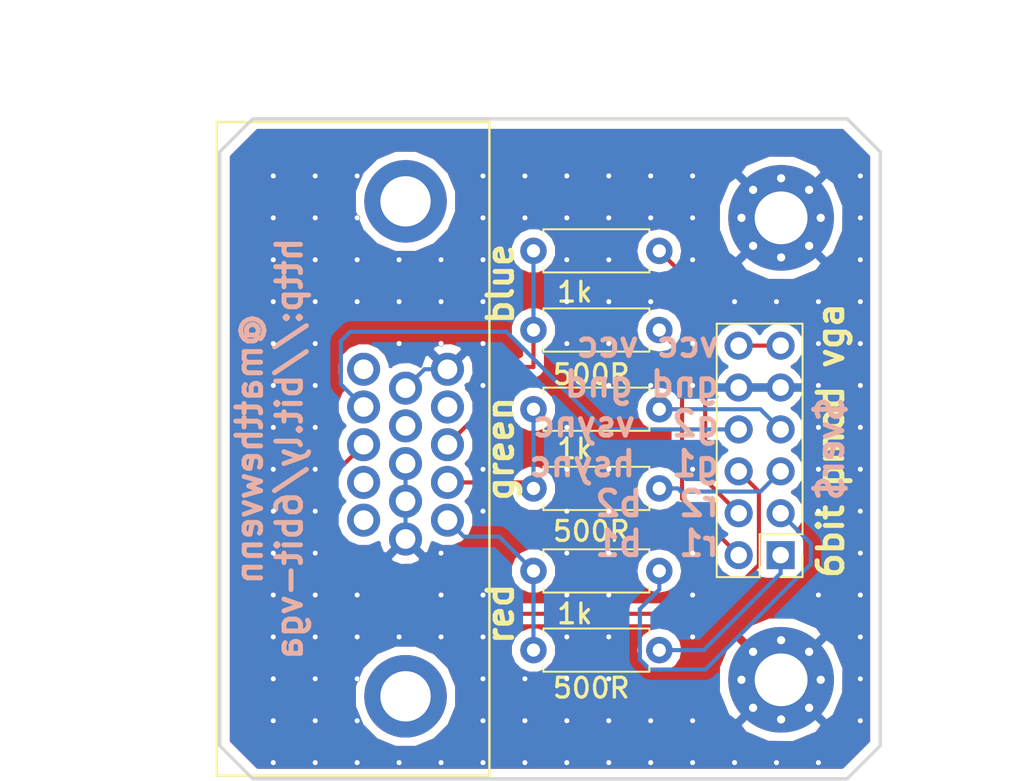
<source format=kicad_pcb>
(kicad_pcb (version 20211014) (generator pcbnew)
  (layers (0 "F.Cu" signal) (31 "B.Cu" signal) (34 "B.Paste" user) (35 "F.Paste" user) (36 "B.SilkS" user "B.Silkscreen") (37 "F.SilkS" user "F.Silkscreen") (38 "B.Mask" user) (39 "F.Mask" user) (44 "Edge.Cuts" user))
  (net 0 "")
  (net 1 "VCC")
  (net 2 "Earth")
  (net 3 "/vsync")
  (net 4 "/g2")
  (net 5 "/hsync")
  (net 6 "/g1")
  (net 7 "/b2")
  (net 8 "/r2")
  (net 9 "/b1")
  (net 10 "/r1")
  (net 11 "/red")
  (net 12 "/green")
  (net 13 "/blue")
  (net 14 "Net-(J4-Pad11)")
  (net 15 "Net-(J4-Pad12)")
  (net 16 "Net-(J4-Pad15)")
  (net 17 "Net-(J4-Pad4)")
  (net 18 "Net-(J4-Pad9)")
  (footprint "Mounting_Holes:MountingHole_3.2mm_M3_Pad_Via" (layer "F.Cu") (at 141 139)
    (fp_text reference "J2" hide)
    (fp_text value "Conn_01x01")
    (pad "1" thru_hole circle locked (at 0 0) (size 6.4 6.4) (drill 3.2) (layers *.Cu *.Mask) (net 2 "Earth"))
    (pad "1" thru_hole circle locked (at -2.4 0) (size 0.8 0.8) (drill 0.5) (layers *.Cu *.Mask) (net 2 "Earth"))
    (pad "1" thru_hole circle locked (at 0 2.4) (size 0.8 0.8) (drill 0.5) (layers *.Cu *.Mask) (net 2 "Earth"))
    (pad "1" thru_hole circle locked (at -1.697056 1.697056) (size 0.8 0.8) (drill 0.5) (layers *.Cu *.Mask) (net 2 "Earth"))
    (pad "1" thru_hole circle locked (at 2.4 0) (size 0.8 0.8) (drill 0.5) (layers *.Cu *.Mask) (net 2 "Earth"))
    (pad "1" thru_hole circle locked (at 1.697056 -1.697056) (size 0.8 0.8) (drill 0.5) (layers *.Cu *.Mask) (net 2 "Earth"))
    (pad "1" thru_hole circle locked (at 1.697056 1.697056) (size 0.8 0.8) (drill 0.5) (layers *.Cu *.Mask) (net 2 "Earth"))
    (pad "1" thru_hole circle locked (at 0 -2.4) (size 0.8 0.8) (drill 0.5) (layers *.Cu *.Mask) (net 2 "Earth"))
    (pad "1" thru_hole circle locked (at -1.697056 -1.697056) (size 0.8 0.8) (drill 0.5) (layers *.Cu *.Mask) (net 2 "Earth"))
  )
  (footprint "Mounting_Holes:MountingHole_3.2mm_M3_Pad_Via" (layer "F.Cu") (at 141 111)
    (fp_text reference "J3" hide)
    (fp_text value "Conn_01x01")
    (pad "1" thru_hole circle locked (at -1.697056 -1.697056) (size 0.8 0.8) (drill 0.5) (layers *.Cu *.Mask) (net 2 "Earth"))
    (pad "1" thru_hole circle locked (at 0 2.4) (size 0.8 0.8) (drill 0.5) (layers *.Cu *.Mask) (net 2 "Earth"))
    (pad "1" thru_hole circle locked (at 2.4 0) (size 0.8 0.8) (drill 0.5) (layers *.Cu *.Mask) (net 2 "Earth"))
    (pad "1" thru_hole circle locked (at 0 0) (size 6.4 6.4) (drill 3.2) (layers *.Cu *.Mask) (net 2 "Earth"))
    (pad "1" thru_hole circle locked (at 1.697056 -1.697056) (size 0.8 0.8) (drill 0.5) (layers *.Cu *.Mask) (net 2 "Earth"))
    (pad "1" thru_hole circle locked (at -1.697056 1.697056) (size 0.8 0.8) (drill 0.5) (layers *.Cu *.Mask) (net 2 "Earth"))
    (pad "1" thru_hole circle locked (at 0 -2.4) (size 0.8 0.8) (drill 0.5) (layers *.Cu *.Mask) (net 2 "Earth"))
    (pad "1" thru_hole circle locked (at -2.4 0) (size 0.8 0.8) (drill 0.5) (layers *.Cu *.Mask) (net 2 "Earth"))
    (pad "1" thru_hole circle locked (at 1.697056 1.697056) (size 0.8 0.8) (drill 0.5) (layers *.Cu *.Mask) (net 2 "Earth"))
  )
  (footprint "Pin_Headers:Pin_Header_Straight_2x06_Pitch2.54mm" (layer "F.Cu") (at 140.97 131.445 180)
    (fp_text reference "J1" hide)
    (fp_text value "pmod")
    (pad "1" thru_hole rect locked (at 0 0 180) (size 1.7 1.7) (drill 1) (layers *.Cu *.Mask) (net 10 "/r1"))
    (pad "2" thru_hole oval locked (at 2.54 0 180) (size 1.7 1.7) (drill 1) (layers *.Cu *.Mask) (net 9 "/b1"))
    (pad "3" thru_hole oval locked (at 0 2.54 180) (size 1.7 1.7) (drill 1) (layers *.Cu *.Mask) (net 8 "/r2"))
    (pad "4" thru_hole oval locked (at 2.54 2.54 180) (size 1.7 1.7) (drill 1) (layers *.Cu *.Mask) (net 7 "/b2"))
    (pad "5" thru_hole oval locked (at 0 5.08 180) (size 1.7 1.7) (drill 1) (layers *.Cu *.Mask) (net 6 "/g1"))
    (pad "6" thru_hole oval locked (at 2.54 5.08 180) (size 1.7 1.7) (drill 1) (layers *.Cu *.Mask) (net 5 "/hsync"))
    (pad "7" thru_hole oval locked (at 0 7.62 180) (size 1.7 1.7) (drill 1) (layers *.Cu *.Mask) (net 4 "/g2"))
    (pad "8" thru_hole oval locked (at 2.54 7.62 180) (size 1.7 1.7) (drill 1) (layers *.Cu *.Mask) (net 3 "/vsync"))
    (pad "9" thru_hole oval locked (at 0 10.16 180) (size 1.7 1.7) (drill 1) (layers *.Cu *.Mask) (net 2 "Earth"))
    (pad "10" thru_hole oval locked (at 2.54 10.16 180) (size 1.7 1.7) (drill 1) (layers *.Cu *.Mask) (net 2 "Earth"))
    (pad "11" thru_hole oval locked (at 0 12.7 180) (size 1.7 1.7) (drill 1) (layers *.Cu *.Mask) (net 1 "VCC"))
    (pad "12" thru_hole oval locked (at 2.54 12.7 180) (size 1.7 1.7) (drill 1) (layers *.Cu *.Mask) (net 1 "VCC"))
  )
  (footprint "VIA_MATRIX" (layer "F.Cu") (at 110.24 108.46)
    (fp_text reference "V6_4" hide)
    (fp_text value "AUTO_VIA" hide)
    (pad "1" thru_hole circle locked (at 0 0) (size 0.35 0.35) (drill 0.3) (layers *.Cu) (net 2 "Earth") (clearance 0.2))
  )
  (footprint "VIA_MATRIX" (layer "F.Cu") (at 112.78 108.46)
    (fp_text reference "V7_4" hide)
    (fp_text value "AUTO_VIA" hide)
    (pad "1" thru_hole circle locked (at 0 0) (size 0.35 0.35) (drill 0.3) (layers *.Cu) (net 2 "Earth") (clearance 0.2))
  )
  (footprint "VIA_MATRIX" (layer "F.Cu") (at 115.32 108.46)
    (fp_text reference "V8_4" hide)
    (fp_text value "AUTO_VIA" hide)
    (pad "1" thru_hole circle locked (at 0 0) (size 0.35 0.35) (drill 0.3) (layers *.Cu) (net 2 "Earth") (clearance 0.2))
  )
  (footprint "VIA_MATRIX" (layer "F.Cu") (at 122.94 108.46)
    (fp_text reference "V11_4" hide)
    (fp_text value "AUTO_VIA" hide)
    (pad "1" thru_hole circle locked (at 0 0) (size 0.35 0.35) (drill 0.3) (layers *.Cu) (net 2 "Earth") (clearance 0.2))
  )
  (footprint "VIA_MATRIX" (layer "F.Cu") (at 125.48 108.46)
    (fp_text reference "V12_4" hide)
    (fp_text value "AUTO_VIA" hide)
    (pad "1" thru_hole circle locked (at 0 0) (size 0.35 0.35) (drill 0.3) (layers *.Cu) (net 2 "Earth") (clearance 0.2))
  )
  (footprint "VIA_MATRIX" (layer "F.Cu") (at 128.02 108.46)
    (fp_text reference "V13_4" hide)
    (fp_text value "AUTO_VIA" hide)
    (pad "1" thru_hole circle locked (at 0 0) (size 0.35 0.35) (drill 0.3) (layers *.Cu) (net 2 "Earth") (clearance 0.2))
  )
  (footprint "VIA_MATRIX" (layer "F.Cu") (at 130.56 108.46)
    (fp_text reference "V14_4" hide)
    (fp_text value "AUTO_VIA" hide)
    (pad "1" thru_hole circle locked (at 0 0) (size 0.35 0.35) (drill 0.3) (layers *.Cu) (net 2 "Earth") (clearance 0.2))
  )
  (footprint "VIA_MATRIX" (layer "F.Cu") (at 133.1 108.46)
    (fp_text reference "V15_4" hide)
    (fp_text value "AUTO_VIA" hide)
    (pad "1" thru_hole circle locked (at 0 0) (size 0.35 0.35) (drill 0.3) (layers *.Cu) (net 2 "Earth") (clearance 0.2))
  )
  (footprint "VIA_MATRIX" (layer "F.Cu") (at 135.64 108.46)
    (fp_text reference "V16_4" hide)
    (fp_text value "AUTO_VIA" hide)
    (pad "1" thru_hole circle locked (at 0 0) (size 0.35 0.35) (drill 0.3) (layers *.Cu) (net 2 "Earth") (clearance 0.2))
  )
  (footprint "VIA_MATRIX" (layer "F.Cu") (at 145.8 108.46)
    (fp_text reference "V20_4" hide)
    (fp_text value "AUTO_VIA" hide)
    (pad "1" thru_hole circle locked (at 0 0) (size 0.35 0.35) (drill 0.3) (layers *.Cu) (net 2 "Earth") (clearance 0.2))
  )
  (footprint "VIA_MATRIX" (layer "F.Cu") (at 110.24 111)
    (fp_text reference "V6_5" hide)
    (fp_text value "AUTO_VIA" hide)
    (pad "1" thru_hole circle locked (at 0 0) (size 0.35 0.35) (drill 0.3) (layers *.Cu) (net 2 "Earth") (clearance 0.2))
  )
  (footprint "VIA_MATRIX" (layer "F.Cu") (at 112.78 111)
    (fp_text reference "V7_5" hide)
    (fp_text value "AUTO_VIA" hide)
    (pad "1" thru_hole circle locked (at 0 0) (size 0.35 0.35) (drill 0.3) (layers *.Cu) (net 2 "Earth") (clearance 0.2))
  )
  (footprint "VIA_MATRIX" (layer "F.Cu") (at 115.32 111)
    (fp_text reference "V8_5" hide)
    (fp_text value "AUTO_VIA" hide)
    (pad "1" thru_hole circle locked (at 0 0) (size 0.35 0.35) (drill 0.3) (layers *.Cu) (net 2 "Earth") (clearance 0.2))
  )
  (footprint "VIA_MATRIX" (layer "F.Cu") (at 122.94 111)
    (fp_text reference "V11_5" hide)
    (fp_text value "AUTO_VIA" hide)
    (pad "1" thru_hole circle locked (at 0 0) (size 0.35 0.35) (drill 0.3) (layers *.Cu) (net 2 "Earth") (clearance 0.2))
  )
  (footprint "VIA_MATRIX" (layer "F.Cu") (at 125.48 111)
    (fp_text reference "V12_5" hide)
    (fp_text value "AUTO_VIA" hide)
    (pad "1" thru_hole circle locked (at 0 0) (size 0.35 0.35) (drill 0.3) (layers *.Cu) (net 2 "Earth") (clearance 0.2))
  )
  (footprint "VIA_MATRIX" (layer "F.Cu") (at 128.02 111)
    (fp_text reference "V13_5" hide)
    (fp_text value "AUTO_VIA" hide)
    (pad "1" thru_hole circle locked (at 0 0) (size 0.35 0.35) (drill 0.3) (layers *.Cu) (net 2 "Earth") (clearance 0.2))
  )
  (footprint "VIA_MATRIX" (layer "F.Cu") (at 130.56 111)
    (fp_text reference "V14_5" hide)
    (fp_text value "AUTO_VIA" hide)
    (pad "1" thru_hole circle locked (at 0 0) (size 0.35 0.35) (drill 0.3) (layers *.Cu) (net 2 "Earth") (clearance 0.2))
  )
  (footprint "VIA_MATRIX" (layer "F.Cu") (at 133.1 111)
    (fp_text reference "V15_5" hide)
    (fp_text value "AUTO_VIA" hide)
    (pad "1" thru_hole circle locked (at 0 0) (size 0.35 0.35) (drill 0.3) (layers *.Cu) (net 2 "Earth") (clearance 0.2))
  )
  (footprint "VIA_MATRIX" (layer "F.Cu") (at 135.64 111)
    (fp_text reference "V16_5" hide)
    (fp_text value "AUTO_VIA" hide)
    (pad "1" thru_hole circle locked (at 0 0) (size 0.35 0.35) (drill 0.3) (layers *.Cu) (net 2 "Earth") (clearance 0.2))
  )
  (footprint "VIA_MATRIX" (layer "F.Cu") (at 145.8 111)
    (fp_text reference "V20_5" hide)
    (fp_text value "AUTO_VIA" hide)
    (pad "1" thru_hole circle locked (at 0 0) (size 0.35 0.35) (drill 0.3) (layers *.Cu) (net 2 "Earth") (clearance 0.2))
  )
  (footprint "VIA_MATRIX" (layer "F.Cu") (at 110.24 113.54)
    (fp_text reference "V6_6" hide)
    (fp_text value "AUTO_VIA" hide)
    (pad "1" thru_hole circle locked (at 0 0) (size 0.35 0.35) (drill 0.3) (layers *.Cu) (net 2 "Earth") (clearance 0.2))
  )
  (footprint "VIA_MATRIX" (layer "F.Cu") (at 112.78 113.54)
    (fp_text reference "V7_6" hide)
    (fp_text value "AUTO_VIA" hide)
    (pad "1" thru_hole circle locked (at 0 0) (size 0.35 0.35) (drill 0.3) (layers *.Cu) (net 2 "Earth") (clearance 0.2))
  )
  (footprint "VIA_MATRIX" (layer "F.Cu") (at 115.32 113.54)
    (fp_text reference "V8_6" hide)
    (fp_text value "AUTO_VIA" hide)
    (pad "1" thru_hole circle locked (at 0 0) (size 0.35 0.35) (drill 0.3) (layers *.Cu) (net 2 "Earth") (clearance 0.2))
  )
  (footprint "VIA_MATRIX" (layer "F.Cu") (at 117.86 113.54)
    (fp_text reference "V9_6" hide)
    (fp_text value "AUTO_VIA" hide)
    (pad "1" thru_hole circle locked (at 0 0) (size 0.35 0.35) (drill 0.3) (layers *.Cu) (net 2 "Earth") (clearance 0.2))
  )
  (footprint "VIA_MATRIX" (layer "F.Cu") (at 120.4 113.54)
    (fp_text reference "V10_6" hide)
    (fp_text value "AUTO_VIA" hide)
    (pad "1" thru_hole circle locked (at 0 0) (size 0.35 0.35) (drill 0.3) (layers *.Cu) (net 2 "Earth") (clearance 0.2))
  )
  (footprint "VIA_MATRIX" (layer "F.Cu") (at 122.94 113.54)
    (fp_text reference "V11_6" hide)
    (fp_text value "AUTO_VIA" hide)
    (pad "1" thru_hole circle locked (at 0 0) (size 0.35 0.35) (drill 0.3) (layers *.Cu) (net 2 "Earth") (clearance 0.2))
  )
  (footprint "VIA_MATRIX" (layer "F.Cu") (at 128.02 113.54)
    (fp_text reference "V13_6" hide)
    (fp_text value "AUTO_VIA" hide)
    (pad "1" thru_hole circle locked (at 0 0) (size 0.35 0.35) (drill 0.3) (layers *.Cu) (net 2 "Earth") (clearance 0.2))
  )
  (footprint "VIA_MATRIX" (layer "F.Cu") (at 130.56 113.54)
    (fp_text reference "V14_6" hide)
    (fp_text value "AUTO_VIA" hide)
    (pad "1" thru_hole circle locked (at 0 0) (size 0.35 0.35) (drill 0.3) (layers *.Cu) (net 2 "Earth") (clearance 0.2))
  )
  (footprint "VIA_MATRIX" (layer "F.Cu") (at 135.64 113.54)
    (fp_text reference "V16_6" hide)
    (fp_text value "AUTO_VIA" hide)
    (pad "1" thru_hole circle locked (at 0 0) (size 0.35 0.35) (drill 0.3) (layers *.Cu) (net 2 "Earth") (clearance 0.2))
  )
  (footprint "VIA_MATRIX" (layer "F.Cu") (at 145.8 113.54)
    (fp_text reference "V20_6" hide)
    (fp_text value "AUTO_VIA" hide)
    (pad "1" thru_hole circle locked (at 0 0) (size 0.35 0.35) (drill 0.3) (layers *.Cu) (net 2 "Earth") (clearance 0.2))
  )
  (footprint "VIA_MATRIX" (layer "F.Cu") (at 110.24 116.08)
    (fp_text reference "V6_7" hide)
    (fp_text value "AUTO_VIA" hide)
    (pad "1" thru_hole circle locked (at 0 0) (size 0.35 0.35) (drill 0.3) (layers *.Cu) (net 2 "Earth") (clearance 0.2))
  )
  (footprint "VIA_MATRIX" (layer "F.Cu") (at 112.78 116.08)
    (fp_text reference "V7_7" hide)
    (fp_text value "AUTO_VIA" hide)
    (pad "1" thru_hole circle locked (at 0 0) (size 0.35 0.35) (drill 0.3) (layers *.Cu) (net 2 "Earth") (clearance 0.2))
  )
  (footprint "VIA_MATRIX" (layer "F.Cu") (at 115.32 116.08)
    (fp_text reference "V8_7" hide)
    (fp_text value "AUTO_VIA" hide)
    (pad "1" thru_hole circle locked (at 0 0) (size 0.35 0.35) (drill 0.3) (layers *.Cu) (net 2 "Earth") (clearance 0.2))
  )
  (footprint "VIA_MATRIX" (layer "F.Cu") (at 117.86 116.08)
    (fp_text reference "V9_7" hide)
    (fp_text value "AUTO_VIA" hide)
    (pad "1" thru_hole circle locked (at 0 0) (size 0.35 0.35) (drill 0.3) (layers *.Cu) (net 2 "Earth") (clearance 0.2))
  )
  (footprint "VIA_MATRIX" (layer "F.Cu") (at 120.4 116.08)
    (fp_text reference "V10_7" hide)
    (fp_text value "AUTO_VIA" hide)
    (pad "1" thru_hole circle locked (at 0 0) (size 0.35 0.35) (drill 0.3) (layers *.Cu) (net 2 "Earth") (clearance 0.2))
  )
  (footprint "VIA_MATRIX" (layer "F.Cu") (at 122.94 116.08)
    (fp_text reference "V11_7" hide)
    (fp_text value "AUTO_VIA" hide)
    (pad "1" thru_hole circle locked (at 0 0) (size 0.35 0.35) (drill 0.3) (layers *.Cu) (net 2 "Earth") (clearance 0.2))
  )
  (footprint "VIA_MATRIX" (layer "F.Cu") (at 128.02 116.08)
    (fp_text reference "V13_7" hide)
    (fp_text value "AUTO_VIA" hide)
    (pad "1" thru_hole circle locked (at 0 0) (size 0.35 0.35) (drill 0.3) (layers *.Cu) (net 2 "Earth") (clearance 0.2))
  )
  (footprint "VIA_MATRIX" (layer "F.Cu") (at 130.56 116.08)
    (fp_text reference "V14_7" hide)
    (fp_text value "AUTO_VIA" hide)
    (pad "1" thru_hole circle locked (at 0 0) (size 0.35 0.35) (drill 0.3) (layers *.Cu) (net 2 "Earth") (clearance 0.2))
  )
  (footprint "VIA_MATRIX" (layer "F.Cu") (at 133.1 116.08)
    (fp_text reference "V15_7" hide)
    (fp_text value "AUTO_VIA" hide)
    (pad "1" thru_hole circle locked (at 0 0) (size 0.35 0.35) (drill 0.3) (layers *.Cu) (net 2 "Earth") (clearance 0.2))
  )
  (footprint "VIA_MATRIX" (layer "F.Cu") (at 138.18 116.08)
    (fp_text reference "V17_7" hide)
    (fp_text value "AUTO_VIA" hide)
    (pad "1" thru_hole circle locked (at 0 0) (size 0.35 0.35) (drill 0.3) (layers *.Cu) (net 2 "Earth") (clearance 0.2))
  )
  (footprint "VIA_MATRIX" (layer "F.Cu") (at 140.72 116.08)
    (fp_text reference "V18_7" hide)
    (fp_text value "AUTO_VIA" hide)
    (pad "1" thru_hole circle locked (at 0 0) (size 0.35 0.35) (drill 0.3) (layers *.Cu) (net 2 "Earth") (clearance 0.2))
  )
  (footprint "VIA_MATRIX" (layer "F.Cu") (at 143.26 116.08)
    (fp_text reference "V19_7" hide)
    (fp_text value "AUTO_VIA" hide)
    (pad "1" thru_hole circle locked (at 0 0) (size 0.35 0.35) (drill 0.3) (layers *.Cu) (net 2 "Earth") (clearance 0.2))
  )
  (footprint "VIA_MATRIX" (layer "F.Cu") (at 145.8 116.08)
    (fp_text reference "V20_7" hide)
    (fp_text value "AUTO_VIA" hide)
    (pad "1" thru_hole circle locked (at 0 0) (size 0.35 0.35) (drill 0.3) (layers *.Cu) (net 2 "Earth") (clearance 0.2))
  )
  (footprint "VIA_MATRIX" (layer "F.Cu") (at 110.24 118.62)
    (fp_text reference "V6_8" hide)
    (fp_text value "AUTO_VIA" hide)
    (pad "1" thru_hole circle locked (at 0 0) (size 0.35 0.35) (drill 0.3) (layers *.Cu) (net 2 "Earth") (clearance 0.2))
  )
  (footprint "VIA_MATRIX" (layer "F.Cu") (at 112.78 118.62)
    (fp_text reference "V7_8" hide)
    (fp_text value "AUTO_VIA" hide)
    (pad "1" thru_hole circle locked (at 0 0) (size 0.35 0.35) (drill 0.3) (layers *.Cu) (net 2 "Earth") (clearance 0.2))
  )
  (footprint "VIA_MATRIX" (layer "F.Cu") (at 117.86 118.62)
    (fp_text reference "V9_8" hide)
    (fp_text value "AUTO_VIA" hide)
    (pad "1" thru_hole circle locked (at 0 0) (size 0.35 0.35) (drill 0.3) (layers *.Cu) (net 2 "Earth") (clearance 0.2))
  )
  (footprint "VIA_MATRIX" (layer "F.Cu") (at 120.4 118.62)
    (fp_text reference "V10_8" hide)
    (fp_text value "AUTO_VIA" hide)
    (pad "1" thru_hole circle locked (at 0 0) (size 0.35 0.35) (drill 0.3) (layers *.Cu) (net 2 "Earth") (clearance 0.2))
  )
  (footprint "VIA_MATRIX" (layer "F.Cu") (at 122.94 118.62)
    (fp_text reference "V11_8" hide)
    (fp_text value "AUTO_VIA" hide)
    (pad "1" thru_hole circle locked (at 0 0) (size 0.35 0.35) (drill 0.3) (layers *.Cu) (net 2 "Earth") (clearance 0.2))
  )
  (footprint "VIA_MATRIX" (layer "F.Cu") (at 128.02 118.62)
    (fp_text reference "V13_8" hide)
    (fp_text value "AUTO_VIA" hide)
    (pad "1" thru_hole circle locked (at 0 0) (size 0.35 0.35) (drill 0.3) (layers *.Cu) (net 2 "Earth") (clearance 0.2))
  )
  (footprint "VIA_MATRIX" (layer "F.Cu") (at 130.56 118.62)
    (fp_text reference "V14_8" hide)
    (fp_text value "AUTO_VIA" hide)
    (pad "1" thru_hole circle locked (at 0 0) (size 0.35 0.35) (drill 0.3) (layers *.Cu) (net 2 "Earth") (clearance 0.2))
  )
  (footprint "VIA_MATRIX" (layer "F.Cu") (at 135.64 118.62)
    (fp_text reference "V16_8" hide)
    (fp_text value "AUTO_VIA" hide)
    (pad "1" thru_hole circle locked (at 0 0) (size 0.35 0.35) (drill 0.3) (layers *.Cu) (net 2 "Earth") (clearance 0.2))
  )
  (footprint "VIA_MATRIX" (layer "F.Cu") (at 143.26 118.62)
    (fp_text reference "V19_8" hide)
    (fp_text value "AUTO_VIA" hide)
    (pad "1" thru_hole circle locked (at 0 0) (size 0.35 0.35) (drill 0.3) (layers *.Cu) (net 2 "Earth") (clearance 0.2))
  )
  (footprint "VIA_MATRIX" (layer "F.Cu") (at 145.8 118.62)
    (fp_text reference "V20_8" hide)
    (fp_text value "AUTO_VIA" hide)
    (pad "1" thru_hole circle locked (at 0 0) (size 0.35 0.35) (drill 0.3) (layers *.Cu) (net 2 "Earth") (clearance 0.2))
  )
  (footprint "VIA_MATRIX" (layer "F.Cu") (at 110.24 121.16)
    (fp_text reference "V6_9" hide)
    (fp_text value "AUTO_VIA" hide)
    (pad "1" thru_hole circle locked (at 0 0) (size 0.35 0.35) (drill 0.3) (layers *.Cu) (net 2 "Earth") (clearance 0.2))
  )
  (footprint "VIA_MATRIX" (layer "F.Cu") (at 112.78 121.16)
    (fp_text reference "V7_9" hide)
    (fp_text value "AUTO_VIA" hide)
    (pad "1" thru_hole circle locked (at 0 0) (size 0.35 0.35) (drill 0.3) (layers *.Cu) (net 2 "Earth") (clearance 0.2))
  )
  (footprint "VIA_MATRIX" (layer "F.Cu") (at 122.94 121.16)
    (fp_text reference "V11_9" hide)
    (fp_text value "AUTO_VIA" hide)
    (pad "1" thru_hole circle locked (at 0 0) (size 0.35 0.35) (drill 0.3) (layers *.Cu) (net 2 "Earth") (clearance 0.2))
  )
  (footprint "VIA_MATRIX" (layer "F.Cu") (at 130.56 121.16)
    (fp_text reference "V14_9" hide)
    (fp_text value "AUTO_VIA" hide)
    (pad "1" thru_hole circle locked (at 0 0) (size 0.35 0.35) (drill 0.3) (layers *.Cu) (net 2 "Earth") (clearance 0.2))
  )
  (footprint "VIA_MATRIX" (layer "F.Cu") (at 133.1 121.16)
    (fp_text reference "V15_9" hide)
    (fp_text value "AUTO_VIA" hide)
    (pad "1" thru_hole circle locked (at 0 0) (size 0.35 0.35) (drill 0.3) (layers *.Cu) (net 2 "Earth") (clearance 0.2))
  )
  (footprint "VIA_MATRIX" (layer "F.Cu") (at 135.64 121.16)
    (fp_text reference "V16_9" hide)
    (fp_text value "AUTO_VIA" hide)
    (pad "1" thru_hole circle locked (at 0 0) (size 0.35 0.35) (drill 0.3) (layers *.Cu) (net 2 "Earth") (clearance 0.2))
  )
  (footprint "VIA_MATRIX" (layer "F.Cu") (at 143.26 121.16)
    (fp_text reference "V19_9" hide)
    (fp_text value "AUTO_VIA" hide)
    (pad "1" thru_hole circle locked (at 0 0) (size 0.35 0.35) (drill 0.3) (layers *.Cu) (net 2 "Earth") (clearance 0.2))
  )
  (footprint "VIA_MATRIX" (layer "F.Cu") (at 145.8 121.16)
    (fp_text reference "V20_9" hide)
    (fp_text value "AUTO_VIA" hide)
    (pad "1" thru_hole circle locked (at 0 0) (size 0.35 0.35) (drill 0.3) (layers *.Cu) (net 2 "Earth") (clearance 0.2))
  )
  (footprint "VIA_MATRIX" (layer "F.Cu") (at 110.24 123.7)
    (fp_text reference "V6_10" hide)
    (fp_text value "AUTO_VIA" hide)
    (pad "1" thru_hole circle locked (at 0 0) (size 0.35 0.35) (drill 0.3) (layers *.Cu) (net 2 "Earth") (clearance 0.2))
  )
  (footprint "VIA_MATRIX" (layer "F.Cu") (at 112.78 123.7)
    (fp_text reference "V7_10" hide)
    (fp_text value "AUTO_VIA" hide)
    (pad "1" thru_hole circle locked (at 0 0) (size 0.35 0.35) (drill 0.3) (layers *.Cu) (net 2 "Earth") (clearance 0.2))
  )
  (footprint "VIA_MATRIX" (layer "F.Cu") (at 128.02 123.7)
    (fp_text reference "V13_10" hide)
    (fp_text value "AUTO_VIA" hide)
    (pad "1" thru_hole circle locked (at 0 0) (size 0.35 0.35) (drill 0.3) (layers *.Cu) (net 2 "Earth") (clearance 0.2))
  )
  (footprint "VIA_MATRIX" (layer "F.Cu") (at 143.26 123.7)
    (fp_text reference "V19_10" hide)
    (fp_text value "AUTO_VIA" hide)
    (pad "1" thru_hole circle locked (at 0 0) (size 0.35 0.35) (drill 0.3) (layers *.Cu) (net 2 "Earth") (clearance 0.2))
  )
  (footprint "VIA_MATRIX" (layer "F.Cu") (at 145.8 123.7)
    (fp_text reference "V20_10" hide)
    (fp_text value "AUTO_VIA" hide)
    (pad "1" thru_hole circle locked (at 0 0) (size 0.35 0.35) (drill 0.3) (layers *.Cu) (net 2 "Earth") (clearance 0.2))
  )
  (footprint "VIA_MATRIX" (layer "F.Cu") (at 110.24 126.24)
    (fp_text reference "V6_11" hide)
    (fp_text value "AUTO_VIA" hide)
    (pad "1" thru_hole circle locked (at 0 0) (size 0.35 0.35) (drill 0.3) (layers *.Cu) (net 2 "Earth") (clearance 0.2))
  )
  (footprint "VIA_MATRIX" (layer "F.Cu") (at 112.78 126.24)
    (fp_text reference "V7_11" hide)
    (fp_text value "AUTO_VIA" hide)
    (pad "1" thru_hole circle locked (at 0 0) (size 0.35 0.35) (drill 0.3) (layers *.Cu) (net 2 "Earth") (clearance 0.2))
  )
  (footprint "VIA_MATRIX" (layer "F.Cu") (at 122.94 126.24)
    (fp_text reference "V11_11" hide)
    (fp_text value "AUTO_VIA" hide)
    (pad "1" thru_hole circle locked (at 0 0) (size 0.35 0.35) (drill 0.3) (layers *.Cu) (net 2 "Earth") (clearance 0.2))
  )
  (footprint "VIA_MATRIX" (layer "F.Cu") (at 128.02 126.24)
    (fp_text reference "V13_11" hide)
    (fp_text value "AUTO_VIA" hide)
    (pad "1" thru_hole circle locked (at 0 0) (size 0.35 0.35) (drill 0.3) (layers *.Cu) (net 2 "Earth") (clearance 0.2))
  )
  (footprint "VIA_MATRIX" (layer "F.Cu") (at 130.56 126.24)
    (fp_text reference "V14_11" hide)
    (fp_text value "AUTO_VIA" hide)
    (pad "1" thru_hole circle locked (at 0 0) (size 0.35 0.35) (drill 0.3) (layers *.Cu) (net 2 "Earth") (clearance 0.2))
  )
  (footprint "VIA_MATRIX" (layer "F.Cu") (at 135.64 126.24)
    (fp_text reference "V16_11" hide)
    (fp_text value "AUTO_VIA" hide)
    (pad "1" thru_hole circle locked (at 0 0) (size 0.35 0.35) (drill 0.3) (layers *.Cu) (net 2 "Earth") (clearance 0.2))
  )
  (footprint "VIA_MATRIX" (layer "F.Cu") (at 143.26 126.24)
    (fp_text reference "V19_11" hide)
    (fp_text value "AUTO_VIA" hide)
    (pad "1" thru_hole circle locked (at 0 0) (size 0.35 0.35) (drill 0.3) (layers *.Cu) (net 2 "Earth") (clearance 0.2))
  )
  (footprint "VIA_MATRIX" (layer "F.Cu") (at 145.8 126.24)
    (fp_text reference "V20_11" hide)
    (fp_text value "AUTO_VIA" hide)
    (pad "1" thru_hole circle locked (at 0 0) (size 0.35 0.35) (drill 0.3) (layers *.Cu) (net 2 "Earth") (clearance 0.2))
  )
  (footprint "VIA_MATRIX" (layer "F.Cu") (at 110.24 128.78)
    (fp_text reference "V6_12" hide)
    (fp_text value "AUTO_VIA" hide)
    (pad "1" thru_hole circle locked (at 0 0) (size 0.35 0.35) (drill 0.3) (layers *.Cu) (net 2 "Earth") (clearance 0.2))
  )
  (footprint "VIA_MATRIX" (layer "F.Cu") (at 112.78 128.78)
    (fp_text reference "V7_12" hide)
    (fp_text value "AUTO_VIA" hide)
    (pad "1" thru_hole circle locked (at 0 0) (size 0.35 0.35) (drill 0.3) (layers *.Cu) (net 2 "Earth") (clearance 0.2))
  )
  (footprint "VIA_MATRIX" (layer "F.Cu") (at 122.94 128.78)
    (fp_text reference "V11_12" hide)
    (fp_text value "AUTO_VIA" hide)
    (pad "1" thru_hole circle locked (at 0 0) (size 0.35 0.35) (drill 0.3) (layers *.Cu) (net 2 "Earth") (clearance 0.2))
  )
  (footprint "VIA_MATRIX" (layer "F.Cu") (at 128.02 128.78)
    (fp_text reference "V13_12" hide)
    (fp_text value "AUTO_VIA" hide)
    (pad "1" thru_hole circle locked (at 0 0) (size 0.35 0.35) (drill 0.3) (layers *.Cu) (net 2 "Earth") (clearance 0.2))
  )
  (footprint "VIA_MATRIX" (layer "F.Cu") (at 130.56 128.78)
    (fp_text reference "V14_12" hide)
    (fp_text value "AUTO_VIA" hide)
    (pad "1" thru_hole circle locked (at 0 0) (size 0.35 0.35) (drill 0.3) (layers *.Cu) (net 2 "Earth") (clearance 0.2))
  )
  (footprint "VIA_MATRIX" (layer "F.Cu") (at 143.26 128.78)
    (fp_text reference "V19_12" hide)
    (fp_text value "AUTO_VIA" hide)
    (pad "1" thru_hole circle locked (at 0 0) (size 0.35 0.35) (drill 0.3) (layers *.Cu) (net 2 "Earth") (clearance 0.2))
  )
  (footprint "VIA_MATRIX" (layer "F.Cu") (at 145.8 128.78)
    (fp_text reference "V20_12" hide)
    (fp_text value "AUTO_VIA" hide)
    (pad "1" thru_hole circle locked (at 0 0) (size 0.35 0.35) (drill 0.3) (layers *.Cu) (net 2 "Earth") (clearance 0.2))
  )
  (footprint "VIA_MATRIX" (layer "F.Cu") (at 110.24 131.32)
    (fp_text reference "V6_13" hide)
    (fp_text value "AUTO_VIA" hide)
    (pad "1" thru_hole circle locked (at 0 0) (size 0.35 0.35) (drill 0.3) (layers *.Cu) (net 2 "Earth") (clearance 0.2))
  )
  (footprint "VIA_MATRIX" (layer "F.Cu") (at 112.78 131.32)
    (fp_text reference "V7_13" hide)
    (fp_text value "AUTO_VIA" hide)
    (pad "1" thru_hole circle locked (at 0 0) (size 0.35 0.35) (drill 0.3) (layers *.Cu) (net 2 "Earth") (clearance 0.2))
  )
  (footprint "VIA_MATRIX" (layer "F.Cu") (at 120.4 131.32)
    (fp_text reference "V10_13" hide)
    (fp_text value "AUTO_VIA" hide)
    (pad "1" thru_hole circle locked (at 0 0) (size 0.35 0.35) (drill 0.3) (layers *.Cu) (net 2 "Earth") (clearance 0.2))
  )
  (footprint "VIA_MATRIX" (layer "F.Cu") (at 128.02 131.32)
    (fp_text reference "V13_13" hide)
    (fp_text value "AUTO_VIA" hide)
    (pad "1" thru_hole circle locked (at 0 0) (size 0.35 0.35) (drill 0.3) (layers *.Cu) (net 2 "Earth") (clearance 0.2))
  )
  (footprint "VIA_MATRIX" (layer "F.Cu") (at 130.56 131.32)
    (fp_text reference "V14_13" hide)
    (fp_text value "AUTO_VIA" hide)
    (pad "1" thru_hole circle locked (at 0 0) (size 0.35 0.35) (drill 0.3) (layers *.Cu) (net 2 "Earth") (clearance 0.2))
  )
  (footprint "VIA_MATRIX" (layer "F.Cu") (at 135.64 131.32)
    (fp_text reference "V16_13" hide)
    (fp_text value "AUTO_VIA" hide)
    (pad "1" thru_hole circle locked (at 0 0) (size 0.35 0.35) (drill 0.3) (layers *.Cu) (net 2 "Earth") (clearance 0.2))
  )
  (footprint "VIA_MATRIX" (layer "F.Cu") (at 145.8 131.32)
    (fp_text reference "V20_13" hide)
    (fp_text value "AUTO_VIA" hide)
    (pad "1" thru_hole circle locked (at 0 0) (size 0.35 0.35) (drill 0.3) (layers *.Cu) (net 2 "Earth") (clearance 0.2))
  )
  (footprint "VIA_MATRIX" (layer "F.Cu") (at 110.24 133.86)
    (fp_text reference "V6_14" hide)
    (fp_text value "AUTO_VIA" hide)
    (pad "1" thru_hole circle locked (at 0 0) (size 0.35 0.35) (drill 0.3) (layers *.Cu) (net 2 "Earth") (clearance 0.2))
  )
  (footprint "VIA_MATRIX" (layer "F.Cu") (at 112.78 133.86)
    (fp_text reference "V7_14" hide)
    (fp_text value "AUTO_VIA" hide)
    (pad "1" thru_hole circle locked (at 0 0) (size 0.35 0.35) (drill 0.3) (layers *.Cu) (net 2 "Earth") (clearance 0.2))
  )
  (footprint "VIA_MATRIX" (layer "F.Cu") (at 115.32 133.86)
    (fp_text reference "V8_14" hide)
    (fp_text value "AUTO_VIA" hide)
    (pad "1" thru_hole circle locked (at 0 0) (size 0.35 0.35) (drill 0.3) (layers *.Cu) (net 2 "Earth") (clearance 0.2))
  )
  (footprint "VIA_MATRIX" (layer "F.Cu") (at 120.4 133.86)
    (fp_text reference "V10_14" hide)
    (fp_text value "AUTO_VIA" hide)
    (pad "1" thru_hole circle locked (at 0 0) (size 0.35 0.35) (drill 0.3) (layers *.Cu) (net 2 "Earth") (clearance 0.2))
  )
  (footprint "VIA_MATRIX" (layer "F.Cu") (at 122.94 133.86)
    (fp_text reference "V11_14" hide)
    (fp_text value "AUTO_VIA" hide)
    (pad "1" thru_hole circle locked (at 0 0) (size 0.35 0.35) (drill 0.3) (layers *.Cu) (net 2 "Earth") (clearance 0.2))
  )
  (footprint "VIA_MATRIX" (layer "F.Cu") (at 128.02 133.86)
    (fp_text reference "V13_14" hide)
    (fp_text value "AUTO_VIA" hide)
    (pad "1" thru_hole circle locked (at 0 0) (size 0.35 0.35) (drill 0.3) (layers *.Cu) (net 2 "Earth") (clearance 0.2))
  )
  (footprint "VIA_MATRIX" (layer "F.Cu") (at 130.56 133.86)
    (fp_text reference "V14_14" hide)
    (fp_text value "AUTO_VIA" hide)
    (pad "1" thru_hole circle locked (at 0 0) (size 0.35 0.35) (drill 0.3) (layers *.Cu) (net 2 "Earth") (clearance 0.2))
  )
  (footprint "VIA_MATRIX" (layer "F.Cu") (at 135.64 133.86)
    (fp_text reference "V16_14" hide)
    (fp_text value "AUTO_VIA" hide)
    (pad "1" thru_hole circle locked (at 0 0) (size 0.35 0.35) (drill 0.3) (layers *.Cu) (net 2 "Earth") (clearance 0.2))
  )
  (footprint "VIA_MATRIX" (layer "F.Cu") (at 143.26 133.86)
    (fp_text reference "V19_14" hide)
    (fp_text value "AUTO_VIA" hide)
    (pad "1" thru_hole circle locked (at 0 0) (size 0.35 0.35) (drill 0.3) (layers *.Cu) (net 2 "Earth") (clearance 0.2))
  )
  (footprint "VIA_MATRIX" (layer "F.Cu") (at 145.8 133.86)
    (fp_text reference "V20_14" hide)
    (fp_text value "AUTO_VIA" hide)
    (pad "1" thru_hole circle locked (at 0 0) (size 0.35 0.35) (drill 0.3) (layers *.Cu) (net 2 "Earth") (clearance 0.2))
  )
  (footprint "VIA_MATRIX" (layer "F.Cu") (at 110.24 136.4)
    (fp_text reference "V6_15" hide)
    (fp_text value "AUTO_VIA" hide)
    (pad "1" thru_hole circle locked (at 0 0) (size 0.35 0.35) (drill 0.3) (layers *.Cu) (net 2 "Earth") (clearance 0.2))
  )
  (footprint "VIA_MATRIX" (layer "F.Cu") (at 112.78 136.4)
    (fp_text reference "V7_15" hide)
    (fp_text value "AUTO_VIA" hide)
    (pad "1" thru_hole circle locked (at 0 0) (size 0.35 0.35) (drill 0.3) (layers *.Cu) (net 2 "Earth") (clearance 0.2))
  )
  (footprint "VIA_MATRIX" (layer "F.Cu") (at 115.32 136.4)
    (fp_text reference "V8_15" hide)
    (fp_text value "AUTO_VIA" hide)
    (pad "1" thru_hole circle locked (at 0 0) (size 0.35 0.35) (drill 0.3) (layers *.Cu) (net 2 "Earth") (clearance 0.2))
  )
  (footprint "VIA_MATRIX" (layer "F.Cu") (at 117.86 136.4)
    (fp_text reference "V9_15" hide)
    (fp_text value "AUTO_VIA" hide)
    (pad "1" thru_hole circle locked (at 0 0) (size 0.35 0.35) (drill 0.3) (layers *.Cu) (net 2 "Earth") (clearance 0.2))
  )
  (footprint "VIA_MATRIX" (layer "F.Cu") (at 120.4 136.4)
    (fp_text reference "V10_15" hide)
    (fp_text value "AUTO_VIA" hide)
    (pad "1" thru_hole circle locked (at 0 0) (size 0.35 0.35) (drill 0.3) (layers *.Cu) (net 2 "Earth") (clearance 0.2))
  )
  (footprint "VIA_MATRIX" (layer "F.Cu") (at 122.94 136.4)
    (fp_text reference "V11_15" hide)
    (fp_text value "AUTO_VIA" hide)
    (pad "1" thru_hole circle locked (at 0 0) (size 0.35 0.35) (drill 0.3) (layers *.Cu) (net 2 "Earth") (clearance 0.2))
  )
  (footprint "VIA_MATRIX" (layer "F.Cu") (at 128.02 136.4)
    (fp_text reference "V13_15" hide)
    (fp_text value "AUTO_VIA" hide)
    (pad "1" thru_hole circle locked (at 0 0) (size 0.35 0.35) (drill 0.3) (layers *.Cu) (net 2 "Earth") (clearance 0.2))
  )
  (footprint "VIA_MATRIX" (layer "F.Cu") (at 130.56 136.4)
    (fp_text reference "V14_15" hide)
    (fp_text value "AUTO_VIA" hide)
    (pad "1" thru_hole circle locked (at 0 0) (size 0.35 0.35) (drill 0.3) (layers *.Cu) (net 2 "Earth") (clearance 0.2))
  )
  (footprint "VIA_MATRIX" (layer "F.Cu") (at 135.64 136.4)
    (fp_text reference "V16_15" hide)
    (fp_text value "AUTO_VIA" hide)
    (pad "1" thru_hole circle locked (at 0 0) (size 0.35 0.35) (drill 0.3) (layers *.Cu) (net 2 "Earth") (clearance 0.2))
  )
  (footprint "VIA_MATRIX" (layer "F.Cu") (at 145.8 136.4)
    (fp_text reference "V20_15" hide)
    (fp_text value "AUTO_VIA" hide)
    (pad "1" thru_hole circle locked (at 0 0) (size 0.35 0.35) (drill 0.3) (layers *.Cu) (net 2 "Earth") (clearance 0.2))
  )
  (footprint "VIA_MATRIX" (layer "F.Cu") (at 110.24 138.94)
    (fp_text reference "V6_16" hide)
    (fp_text value "AUTO_VIA" hide)
    (pad "1" thru_hole circle locked (at 0 0) (size 0.35 0.35) (drill 0.3) (layers *.Cu) (net 2 "Earth") (clearance 0.2))
  )
  (footprint "VIA_MATRIX" (layer "F.Cu") (at 112.78 138.94)
    (fp_text reference "V7_16" hide)
    (fp_text value "AUTO_VIA" hide)
    (pad "1" thru_hole circle locked (at 0 0) (size 0.35 0.35) (drill 0.3) (layers *.Cu) (net 2 "Earth") (clearance 0.2))
  )
  (footprint "VIA_MATRIX" (layer "F.Cu") (at 115.32 138.94)
    (fp_text reference "V8_16" hide)
    (fp_text value "AUTO_VIA" hide)
    (pad "1" thru_hole circle locked (at 0 0) (size 0.35 0.35) (drill 0.3) (layers *.Cu) (net 2 "Earth") (clearance 0.2))
  )
  (footprint "VIA_MATRIX" (layer "F.Cu") (at 122.94 138.94)
    (fp_text reference "V11_16" hide)
    (fp_text value "AUTO_VIA" hide)
    (pad "1" thru_hole circle locked (at 0 0) (size 0.35 0.35) (drill 0.3) (layers *.Cu) (net 2 "Earth") (clearance 0.2))
  )
  (footprint "VIA_MATRIX" (layer "F.Cu") (at 125.48 138.94)
    (fp_text reference "V12_16" hide)
    (fp_text value "AUTO_VIA" hide)
    (pad "1" thru_hole circle locked (at 0 0) (size 0.35 0.35) (drill 0.3) (layers *.Cu) (net 2 "Earth") (clearance 0.2))
  )
  (footprint "VIA_MATRIX" (layer "F.Cu") (at 128.02 138.94)
    (fp_text reference "V13_16" hide)
    (fp_text value "AUTO_VIA" hide)
    (pad "1" thru_hole circle locked (at 0 0) (size 0.35 0.35) (drill 0.3) (layers *.Cu) (net 2 "Earth") (clearance 0.2))
  )
  (footprint "VIA_MATRIX" (layer "F.Cu") (at 130.56 138.94)
    (fp_text reference "V14_16" hide)
    (fp_text value "AUTO_VIA" hide)
    (pad "1" thru_hole circle locked (at 0 0) (size 0.35 0.35) (drill 0.3) (layers *.Cu) (net 2 "Earth") (clearance 0.2))
  )
  (footprint "VIA_MATRIX" (layer "F.Cu") (at 145.8 138.94)
    (fp_text reference "V20_16" hide)
    (fp_text value "AUTO_VIA" hide)
    (pad "1" thru_hole circle locked (at 0 0) (size 0.35 0.35) (drill 0.3) (layers *.Cu) (net 2 "Earth") (clearance 0.2))
  )
  (footprint "VIA_MATRIX" (layer "F.Cu") (at 110.24 141.48)
    (fp_text reference "V6_17" hide)
    (fp_text value "AUTO_VIA" hide)
    (pad "1" thru_hole circle locked (at 0 0) (size 0.35 0.35) (drill 0.3) (layers *.Cu) (net 2 "Earth") (clearance 0.2))
  )
  (footprint "VIA_MATRIX" (layer "F.Cu") (at 112.78 141.48)
    (fp_text reference "V7_17" hide)
    (fp_text value "AUTO_VIA" hide)
    (pad "1" thru_hole circle locked (at 0 0) (size 0.35 0.35) (drill 0.3) (layers *.Cu) (net 2 "Earth") (clearance 0.2))
  )
  (footprint "VIA_MATRIX" (layer "F.Cu") (at 115.32 141.48)
    (fp_text reference "V8_17" hide)
    (fp_text value "AUTO_VIA" hide)
    (pad "1" thru_hole circle locked (at 0 0) (size 0.35 0.35) (drill 0.3) (layers *.Cu) (net 2 "Earth") (clearance 0.2))
  )
  (footprint "VIA_MATRIX" (layer "F.Cu") (at 122.94 141.48)
    (fp_text reference "V11_17" hide)
    (fp_text value "AUTO_VIA" hide)
    (pad "1" thru_hole circle locked (at 0 0) (size 0.35 0.35) (drill 0.3) (layers *.Cu) (net 2 "Earth") (clearance 0.2))
  )
  (footprint "VIA_MATRIX" (layer "F.Cu") (at 125.48 141.48)
    (fp_text reference "V12_17" hide)
    (fp_text value "AUTO_VIA" hide)
    (pad "1" thru_hole circle locked (at 0 0) (size 0.35 0.35) (drill 0.3) (layers *.Cu) (net 2 "Earth") (clearance 0.2))
  )
  (footprint "VIA_MATRIX" (layer "F.Cu") (at 128.02 141.48)
    (fp_text reference "V13_17" hide)
    (fp_text value "AUTO_VIA" hide)
    (pad "1" thru_hole circle locked (at 0 0) (size 0.35 0.35) (drill 0.3) (layers *.Cu) (net 2 "Earth") (clearance 0.2))
  )
  (footprint "VIA_MATRIX" (layer "F.Cu") (at 130.56 141.48)
    (fp_text reference "V14_17" hide)
    (fp_text value "AUTO_VIA" hide)
    (pad "1" thru_hole circle locked (at 0 0) (size 0.35 0.35) (drill 0.3) (layers *.Cu) (net 2 "Earth") (clearance 0.2))
  )
  (footprint "VIA_MATRIX" (layer "F.Cu") (at 133.1 141.48)
    (fp_text reference "V15_17" hide)
    (fp_text value "AUTO_VIA" hide)
    (pad "1" thru_hole circle locked (at 0 0) (size 0.35 0.35) (drill 0.3) (layers *.Cu) (net 2 "Earth") (clearance 0.2))
  )
  (footprint "VIA_MATRIX" (layer "F.Cu") (at 135.64 141.48)
    (fp_text reference "V16_17" hide)
    (fp_text value "AUTO_VIA" hide)
    (pad "1" thru_hole circle locked (at 0 0) (size 0.35 0.35) (drill 0.3) (layers *.Cu) (net 2 "Earth") (clearance 0.2))
  )
  (footprint "VIA_MATRIX" (layer "F.Cu") (at 145.8 141.48)
    (fp_text reference "V20_17" hide)
    (fp_text value "AUTO_VIA" hide)
    (pad "1" thru_hole circle locked (at 0 0) (size 0.35 0.35) (drill 0.3) (layers *.Cu) (net 2 "Earth") (clearance 0.2))
  )
  (footprint "VIA_MATRIX" (layer "F.Cu") (at 110.24 144.02)
    (fp_text reference "V6_18" hide)
    (fp_text value "AUTO_VIA" hide)
    (pad "1" thru_hole circle locked (at 0 0) (size 0.35 0.35) (drill 0.3) (layers *.Cu) (net 2 "Earth") (clearance 0.2))
  )
  (footprint "VIA_MATRIX" (layer "F.Cu") (at 112.78 144.02)
    (fp_text reference "V7_18" hide)
    (fp_text value "AUTO_VIA" hide)
    (pad "1" thru_hole circle locked (at 0 0) (size 0.35 0.35) (drill 0.3) (layers *.Cu) (net 2 "Earth") (clearance 0.2))
  )
  (footprint "VIA_MATRIX" (layer "F.Cu") (at 115.32 144.02)
    (fp_text reference "V8_18" hide)
    (fp_text value "AUTO_VIA" hide)
    (pad "1" thru_hole circle locked (at 0 0) (size 0.35 0.35) (drill 0.3) (layers *.Cu) (net 2 "Earth") (clearance 0.2))
  )
  (footprint "VIA_MATRIX" (layer "F.Cu") (at 117.86 144.02)
    (fp_text reference "V9_18" hide)
    (fp_text value "AUTO_VIA" hide)
    (pad "1" thru_hole circle locked (at 0 0) (size 0.35 0.35) (drill 0.3) (layers *.Cu) (net 2 "Earth") (clearance 0.2))
  )
  (footprint "VIA_MATRIX" (layer "F.Cu") (at 120.4 144.02)
    (fp_text reference "V10_18" hide)
    (fp_text value "AUTO_VIA" hide)
    (pad "1" thru_hole circle locked (at 0 0) (size 0.35 0.35) (drill 0.3) (layers *.Cu) (net 2 "Earth") (clearance 0.2))
  )
  (footprint "VIA_MATRIX" (layer "F.Cu") (at 122.94 144.02)
    (fp_text reference "V11_18" hide)
    (fp_text value "AUTO_VIA" hide)
    (pad "1" thru_hole circle locked (at 0 0) (size 0.35 0.35) (drill 0.3) (layers *.Cu) (net 2 "Earth") (clearance 0.2))
  )
  (footprint "VIA_MATRIX" (layer "F.Cu") (at 125.48 144.02)
    (fp_text reference "V12_18" hide)
    (fp_text value "AUTO_VIA" hide)
    (pad "1" thru_hole circle locked (at 0 0) (size 0.35 0.35) (drill 0.3) (layers *.Cu) (net 2 "Earth") (clearance 0.2))
  )
  (footprint "VIA_MATRIX" (layer "F.Cu") (at 128.02 144.02)
    (fp_text reference "V13_18" hide)
    (fp_text value "AUTO_VIA" hide)
    (pad "1" thru_hole circle locked (at 0 0) (size 0.35 0.35) (drill 0.3) (layers *.Cu) (net 2 "Earth") (clearance 0.2))
  )
  (footprint "VIA_MATRIX" (layer "F.Cu") (at 130.56 144.02)
    (fp_text reference "V14_18" hide)
    (fp_text value "AUTO_VIA" hide)
    (pad "1" thru_hole circle locked (at 0 0) (size 0.35 0.35) (drill 0.3) (layers *.Cu) (net 2 "Earth") (clearance 0.2))
  )
  (footprint "VIA_MATRIX" (layer "F.Cu") (at 133.1 144.02)
    (fp_text reference "V15_18" hide)
    (fp_text value "AUTO_VIA" hide)
    (pad "1" thru_hole circle locked (at 0 0) (size 0.35 0.35) (drill 0.3) (layers *.Cu) (net 2 "Earth") (clearance 0.2))
  )
  (footprint "VIA_MATRIX" (layer "F.Cu") (at 135.64 144.02)
    (fp_text reference "V16_18" hide)
    (fp_text value "AUTO_VIA" hide)
    (pad "1" thru_hole circle locked (at 0 0) (size 0.35 0.35) (drill 0.3) (layers *.Cu) (net 2 "Earth") (clearance 0.2))
  )
  (footprint "VIA_MATRIX" (layer "F.Cu") (at 138.18 144.02)
    (fp_text reference "V17_18" hide)
    (fp_text value "AUTO_VIA" hide)
    (pad "1" thru_hole circle locked (at 0 0) (size 0.35 0.35) (drill 0.3) (layers *.Cu) (net 2 "Earth") (clearance 0.2))
  )
  (footprint "VIA_MATRIX" (layer "F.Cu") (at 140.72 144.02)
    (fp_text reference "V18_18" hide)
    (fp_text value "AUTO_VIA" hide)
    (pad "1" thru_hole circle locked (at 0 0) (size 0.35 0.35) (drill 0.3) (layers *.Cu) (net 2 "Earth") (clearance 0.2))
  )
  (footprint "VIA_MATRIX" (layer "F.Cu") (at 143.26 144.02)
    (fp_text reference "V19_18" hide)
    (fp_text value "AUTO_VIA" hide)
    (pad "1" thru_hole circle locked (at 0 0) (size 0.35 0.35) (drill 0.3) (layers *.Cu) (net 2 "Earth") (clearance 0.2))
  )
  (footprint "Resistors_THT:R_Axial_DIN0207_L6.3mm_D2.5mm_P7.62mm_Horizontal" (layer "F.Cu") (at 126 137.2)
    (fp_text reference "R2" hide)
    (fp_text value "500R")
    (pad "1" thru_hole circle locked (at 0 0) (size 1.6 1.6) (drill 0.8) (layers *.Cu *.Mask) (net 11 "/red"))
    (pad "2" thru_hole oval locked (at 7.62 0) (size 1.6 1.6) (drill 0.8) (layers *.Cu *.Mask) (net 10 "/r1"))
  )
  (footprint "Resistors_THT:R_Axial_DIN0207_L6.3mm_D2.5mm_P7.62mm_Horizontal" (layer "F.Cu") (at 126 132.4)
    (fp_text reference "R3" hide)
    (fp_text value "1k")
    (pad "1" thru_hole circle locked (at 0 0) (size 1.6 1.6) (drill 0.8) (layers *.Cu *.Mask) (net 11 "/red"))
    (pad "2" thru_hole oval locked (at 7.62 0) (size 1.6 1.6) (drill 0.8) (layers *.Cu *.Mask) (net 8 "/r2"))
  )
  (footprint "Resistors_THT:R_Axial_DIN0207_L6.3mm_D2.5mm_P7.62mm_Horizontal" (layer "F.Cu") (at 126 122.6)
    (fp_text reference "R5" hide)
    (fp_text value "1k")
    (pad "1" thru_hole circle locked (at 0 0) (size 1.6 1.6) (drill 0.8) (layers *.Cu *.Mask) (net 12 "/green"))
    (pad "2" thru_hole oval locked (at 7.62 0) (size 1.6 1.6) (drill 0.8) (layers *.Cu *.Mask) (net 4 "/g2"))
  )
  (footprint "Resistors_THT:R_Axial_DIN0207_L6.3mm_D2.5mm_P7.62mm_Horizontal" (layer "F.Cu") (at 126 117.8)
    (fp_text reference "R6" hide)
    (fp_text value "500R")
    (pad "1" thru_hole circle locked (at 0 0) (size 1.6 1.6) (drill 0.8) (layers *.Cu *.Mask) (net 13 "/blue"))
    (pad "2" thru_hole oval locked (at 7.62 0) (size 1.6 1.6) (drill 0.8) (layers *.Cu *.Mask) (net 9 "/b1"))
  )
  (footprint "Resistors_THT:R_Axial_DIN0207_L6.3mm_D2.5mm_P7.62mm_Horizontal" (layer "F.Cu") (at 126 113)
    (fp_text reference "R7" hide)
    (fp_text value "1k")
    (pad "1" thru_hole circle locked (at 0 0) (size 1.6 1.6) (drill 0.8) (layers *.Cu *.Mask) (net 13 "/blue"))
    (pad "2" thru_hole oval locked (at 7.62 0) (size 1.6 1.6) (drill 0.8) (layers *.Cu *.Mask) (net 7 "/b2"))
  )
  (footprint "fp:db15" (layer "F.Cu") (at 118.25 125 90)
    (fp_text reference "J4" hide)
    (fp_text value "DB15_Female_HighDensity")
    (pad "" thru_hole circle locked (at -15 0 90) (size 5 5) (drill 3.05) (layers *.Cu *.Mask))
    (pad "" thru_hole circle locked (at 15 0 90) (size 5 5) (drill 3.05) (layers *.Cu *.Mask))
    (pad "1" thru_hole circle locked (at -4.322 2.54 90) (size 2 2) (drill 1.19) (layers *.Cu *.Mask) (net 11 "/red"))
    (pad "2" thru_hole circle locked (at -2.036 2.54 90) (size 2 2) (drill 1.19) (layers *.Cu *.Mask) (net 12 "/green"))
    (pad "3" thru_hole circle locked (at 0.25 2.54 90) (size 2 2) (drill 1.19) (layers *.Cu *.Mask) (net 13 "/blue"))
    (pad "4" thru_hole circle locked (at 2.536 2.54 90) (size 2 2) (drill 1.19) (layers *.Cu *.Mask) (net 17 "Net-(J4-Pad4)"))
    (pad "5" thru_hole circle locked (at 4.822 2.54 90) (size 2 2) (drill 1.19) (layers *.Cu *.Mask) (net 2 "Earth"))
    (pad "6" thru_hole circle locked (at -5.467 0 90) (size 2 2) (drill 1.19) (layers *.Cu *.Mask) (net 2 "Earth"))
    (pad "7" thru_hole circle locked (at -3.181 0 90) (size 2 2) (drill 1.19) (layers *.Cu *.Mask) (net 2 "Earth"))
    (pad "8" thru_hole circle locked (at -0.895 0 90) (size 2 2) (drill 1.19) (layers *.Cu *.Mask) (net 2 "Earth"))
    (pad "9" thru_hole circle locked (at 1.391 0 90) (size 2 2) (drill 1.19) (layers *.Cu *.Mask) (net 18 "Net-(J4-Pad9)"))
    (pad "10" thru_hole circle locked (at 3.677 0 90) (size 2 2) (drill 1.19) (layers *.Cu *.Mask) (net 2 "Earth"))
    (pad "11" thru_hole circle locked (at -4.322 -2.54 90) (size 2 2) (drill 1.19) (layers *.Cu *.Mask) (net 14 "Net-(J4-Pad11)"))
    (pad "12" thru_hole circle locked (at -2.036 -2.54 90) (size 2 2) (drill 1.19) (layers *.Cu *.Mask) (net 15 "Net-(J4-Pad12)"))
    (pad "13" thru_hole circle locked (at 0.25 -2.54 90) (size 2 2) (drill 1.19) (layers *.Cu *.Mask) (net 5 "/hsync"))
    (pad "14" thru_hole circle locked (at 2.536 -2.54 90) (size 2 2) (drill 1.19) (layers *.Cu *.Mask) (net 3 "/vsync"))
    (pad "15" thru_hole circle locked (at 4.822 -2.54 90) (size 2 2) (drill 1.19) (layers *.Cu *.Mask) (net 16 "Net-(J4-Pad15)"))
  )
  (footprint "Resistors_THT:R_Axial_DIN0207_L6.3mm_D2.5mm_P7.62mm_Horizontal" (layer "F.Cu") (at 126 127.4)
    (fp_text reference "R4" hide)
    (fp_text value "500R")
    (pad "1" thru_hole circle locked (at 0 0) (size 1.6 1.6) (drill 0.8) (layers *.Cu *.Mask) (net 12 "/green"))
    (pad "2" thru_hole oval locked (at 7.62 0) (size 1.6 1.6) (drill 0.8) (layers *.Cu *.Mask) (net 6 "/g1"))
  )
  (gr_line (start 145 145) (end 147 143) (layer "Edge.Cuts") (width 0.2))
  (gr_line (start 145 105) (end 109 105) (layer "Edge.Cuts") (width 0.2))
  (gr_line (start 147 107) (end 145 105) (layer "Edge.Cuts") (width 0.2))
  (gr_line (start 107 107) (end 107 143) (layer "Edge.Cuts") (width 0.2))
  (gr_line (start 147 143) (end 147 107) (layer "Edge.Cuts") (width 0.2))
  (gr_line (start 107 143) (end 109 145) (layer "Edge.Cuts") (width 0.2))
  (gr_line (start 109 145) (end 145 145) (layer "Edge.Cuts") (width 0.2))
  (gr_line (start 109 105) (end 107 107) (layer "Edge.Cuts") (width 0.2))
  (gr_text "vcc vcc\ngnd gnd\ng2  vsync\ng1  hsync\nr2  b2\nr1  b1" (at 137.4 124.7) (layer "B.SilkS") (effects (font (size 1.5 1.5) (thickness 0.3)) (justify left mirror)))
  (gr_text "$ver$" (at 144 125 90) (layer "B.SilkS") (effects (font (size 1.5 1.5) (thickness 0.3)) (justify mirror)))
  (gr_text "@matthewvenn\nhttp://bit.ly/6bit-vga" (at 110 125 90) (layer "B.SilkS") (effects (font (size 1.5 1.5) (thickness 0.3)) (justify mirror)))
  (gr_text "red\n" (at 124 135 90) (layer "F.SilkS") (effects (font (size 1.5 1.5) (thickness 0.3))))
  (gr_text "blue\n" (at 124 115 90) (layer "F.SilkS") (effects (font (size 1.5 1.5) (thickness 0.3))))
  (gr_text "1k" (at 128.5 125) (layer "F.SilkS") (effects (font (size 1.2 1.2) (thickness 0.2))))
  (gr_text "1k" (at 128.5 135) (layer "F.SilkS") (effects (font (size 1.2 1.2) (thickness 0.2))))
  (gr_text "500R\n" (at 129.5 120.5) (layer "F.SilkS") (effects (font (size 1.2 1.2) (thickness 0.2))))
  (gr_text "500R\n" (at 129.5 130) (layer "F.SilkS") (effects (font (size 1.2 1.2) (thickness 0.2))))
  (gr_text "500R\n" (at 129.5 139.5) (layer "F.SilkS") (effects (font (size 1.2 1.2) (thickness 0.2))))
  (gr_text "green" (at 124 125 90) (layer "F.SilkS") (effects (font (size 1.5 1.5) (thickness 0.3))))
  (gr_text "1k" (at 128.5 115.5) (layer "F.SilkS") (effects (font (size 1.2 1.2) (thickness 0.2))))
  (gr_text "6bit pmod vga" (at 144 124.5 90) (layer "F.SilkS") (effects (font (size 1.5 1.5) (thickness 0.3))))
  (segment (start 138.43 118.745) (end 140.97 118.745) (width 0.25) (layer "F.Cu") (net 1))
  (segment (start 119.395 120.178) (end 120.79 120.178) (width 0.25) (layer "B.Cu") (net 2))
  (segment (start 118.25 125.895) (end 118.25 128.181) (width 0.25) (layer "B.Cu") (net 2))
  (segment (start 118.25 121.323) (end 119.395 120.178) (width 0.25) (layer "B.Cu") (net 2))
  (segment (start 118.25 130.467) (end 118.25 128.181) (width 0.25) (layer "B.Cu") (net 2))
  (segment (start 115.71 122.464) (end 114.334999 121.088999) (width 0.25) (layer "B.Cu") (net 3))
  (segment (start 114.9 117.9) (end 124.360998 117.9) (width 0.25) (layer "B.Cu") (net 3))
  (segment (start 114.334999 121.088999) (end 114.334999 118.465001) (width 0.25) (layer "B.Cu") (net 3))
  (segment (start 130.285998 123.825) (end 138.43 123.825) (width 0.25) (layer "B.Cu") (net 3))
  (segment (start 124.360998 117.9) (end 130.285998 123.825) (width 0.25) (layer "B.Cu") (net 3))
  (segment (start 114.334999 118.465001) (end 114.9 117.9) (width 0.25) (layer "B.Cu") (net 3))
  (segment (start 139.745 122.6) (end 140.97 123.825) (width 0.25) (layer "B.Cu") (net 4))
  (segment (start 133.62 122.6) (end 139.745 122.6) (width 0.25) (layer "B.Cu") (net 4))
  (segment (start 139.655001 132.033001) (end 139.655001 127.590001) (width 0.25) (layer "F.Cu") (net 5))
  (segment (start 115.71 124.75) (end 114 126.46) (width 0.25) (layer "F.Cu") (net 5))
  (segment (start 118.2 135) (end 136.688002 135) (width 0.25) (layer "F.Cu") (net 5))
  (segment (start 139.655001 127.590001) (end 138.43 126.365) (width 0.25) (layer "F.Cu") (net 5))
  (segment (start 114 130.8) (end 118.2 135) (width 0.25) (layer "F.Cu") (net 5))
  (segment (start 136.688002 135) (end 139.655001 132.033001) (width 0.25) (layer "F.Cu") (net 5))
  (segment (start 114 126.46) (end 114 130.8) (width 0.25) (layer "F.Cu") (net 5))
  (segment (start 139.744999 127.590001) (end 134.941371 127.590001) (width 0.25) (layer "B.Cu") (net 6))
  (segment (start 140.97 126.365) (end 139.744999 127.590001) (width 0.25) (layer "B.Cu") (net 6))
  (segment (start 134.75137 127.4) (end 133.62 127.4) (width 0.25) (layer "B.Cu") (net 6))
  (segment (start 134.941371 127.590001) (end 134.75137 127.4) (width 0.25) (layer "B.Cu") (net 6))
  (segment (start 134.419999 113.799999) (end 133.62 113) (width 0.25) (layer "F.Cu") (net 7))
  (segment (start 136.4 115.78) (end 134.419999 113.799999) (width 0.25) (layer "F.Cu") (net 7))
  (segment (start 138.43 128.905) (end 136.4 126.875) (width 0.25) (layer "F.Cu") (net 7))
  (segment (start 136.4 126.875) (end 136.4 115.78) (width 0.25) (layer "F.Cu") (net 7))
  (segment (start 142.8 130.735) (end 140.97 128.905) (width 0.25) (layer "B.Cu") (net 8))
  (segment (start 142.8 131.990002) (end 142.8 130.735) (width 0.25) (layer "B.Cu") (net 8))
  (segment (start 133.055999 138.375001) (end 136.415001 138.375001) (width 0.25) (layer "B.Cu") (net 8))
  (segment (start 132.444999 134.706371) (end 132.444999 137.764001) (width 0.25) (layer "B.Cu") (net 8))
  (segment (start 136.415001 138.375001) (end 142.8 131.990002) (width 0.25) (layer "B.Cu") (net 8))
  (segment (start 133.62 132.4) (end 133.62 133.53137) (width 0.25) (layer "B.Cu") (net 8))
  (segment (start 133.62 133.53137) (end 132.444999 134.706371) (width 0.25) (layer "B.Cu") (net 8))
  (segment (start 132.444999 137.764001) (end 133.055999 138.375001) (width 0.25) (layer "B.Cu") (net 8))
  (segment (start 134.419999 118.599999) (end 133.62 117.8) (width 0.25) (layer "F.Cu") (net 9))
  (segment (start 138.43 131.445) (end 135 128.015) (width 0.25) (layer "F.Cu") (net 9))
  (segment (start 135 128.015) (end 135 119.18) (width 0.25) (layer "F.Cu") (net 9))
  (segment (start 135 119.18) (end 134.419999 118.599999) (width 0.25) (layer "F.Cu") (net 9))
  (segment (start 140.97 132.545) (end 140.97 131.445) (width 0.25) (layer "B.Cu") (net 10))
  (segment (start 136.315 137.2) (end 140.97 132.545) (width 0.25) (layer "B.Cu") (net 10))
  (segment (start 133.62 137.2) (end 136.315 137.2) (width 0.25) (layer "B.Cu") (net 10))
  (segment (start 123.921999 130.321999) (end 124.369999 130.769999) (width 0.25) (layer "B.Cu") (net 11))
  (segment (start 126 137.2) (end 126 132.4) (width 0.25) (layer "B.Cu") (net 11))
  (segment (start 126 132.4) (end 124.369999 130.769999) (width 0.25) (layer "B.Cu") (net 11))
  (segment (start 121.789999 130.321999) (end 123.921999 130.321999) (width 0.25) (layer "B.Cu") (net 11))
  (segment (start 120.79 129.322) (end 121.789999 130.321999) (width 0.25) (layer "B.Cu") (net 11))
  (segment (start 120.79 127.036) (end 125.636 127.036) (width 0.25) (layer "F.Cu") (net 12))
  (segment (start 125.636 127.036) (end 126 127.4) (width 0.25) (layer "F.Cu") (net 12))
  (segment (start 126 122.6) (end 126 127.4) (width 0.25) (layer "B.Cu") (net 12))
  (segment (start 125.864 127.536) (end 126 127.4) (width 0.25) (layer "B.Cu") (net 12))
  (segment (start 126 120.04) (end 125.5 120.04) (width 0.25) (layer "F.Cu") (net 13))
  (segment (start 125.5 120.04) (end 120.79 124.75) (width 0.25) (layer "F.Cu") (net 13))
  (segment (start 126 120.04) (end 126 117.8) (width 0.25) (layer "F.Cu") (net 13))
  (segment (start 126 117.8) (end 126 113) (width 0.25) (layer "B.Cu") (net 13))
  (zone (net 2) (net_name "Earth") (layer "F.Cu") (connect_pads (clearance 0.508)) (min_thickness 0.254) (fill yes (thermal_gap 0.508) (thermal_bridge_width 0.508))
    (polygon (pts (xy 107 105) (xy 147 105) (xy 147 145) (xy 107 145)))
  )
  (zone (net 2) (net_name "Earth") (layer "B.Cu") (connect_pads (clearance 0.508)) (min_thickness 0.254) (fill yes (thermal_gap 0.508) (thermal_bridge_width 0.508))
    (polygon (pts (xy 107 105) (xy 147 105) (xy 147 145) (xy 107 145)))
  )
)
</source>
